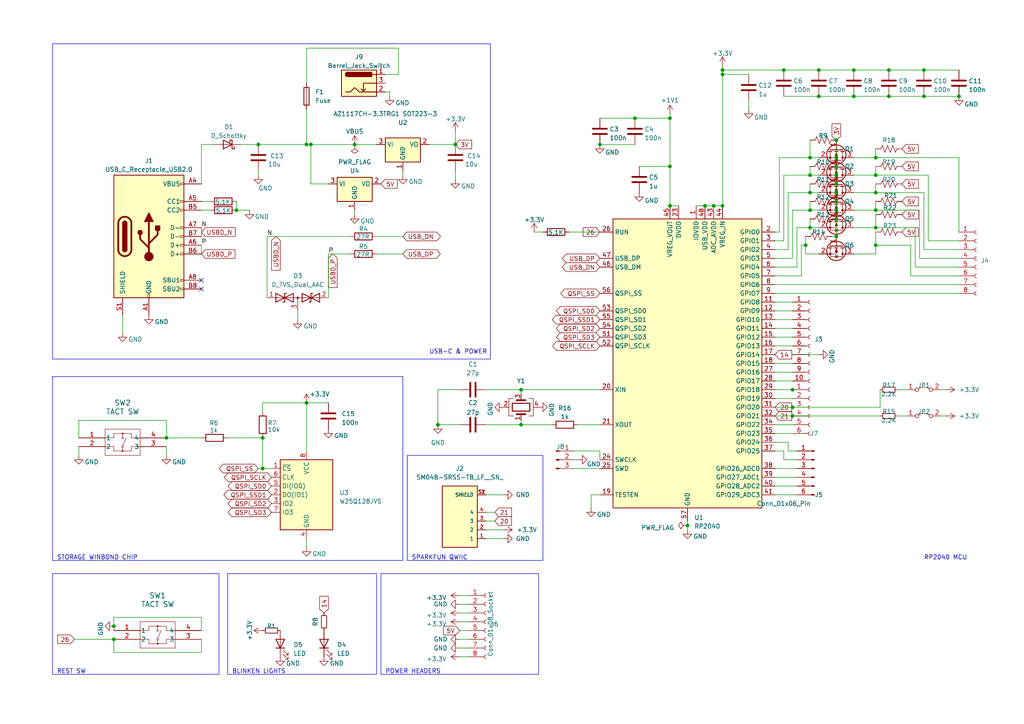
<source format=kicad_sch>
(kicad_sch (version 20230121) (generator eeschema)
  (paper "A4")
  (lib_symbols
    (symbol "BSS138_1" (pin_names hide)
      (property "Reference" "Q2" (at -5.08 5.08 90))
      (symbol "BSS138_1_1_1"
        (pin input line (at -2.54 0 0) (length 2.54) (name "G") (number "1"))
        (pin passive line (at 2.54 -5.08 90) (length 2.54) (name "S") (number "2"))
        (pin passive line (at 2.54 5.08 270) (length 2.54) (name "D") (number "3"))
      )
    )
    (symbol "Connector:Barrel_Jack_Switch" (pin_names hide)
      (property "Reference" "J" (at 0 5.334 0))
      (property "Value" "Barrel_Jack_Switch" (at 0 -5.08 0))
      (symbol "Barrel_Jack_Switch_1_1"
        (pin passive line (at 7.62 2.54 180) (length 2.54) (name "~") (number "1"))
        (pin passive line (at 7.62 -2.54 180) (length 2.54) (name "~") (number "2"))
        (pin passive line (at 7.62 0 180) (length 2.54) (name "~") (number "3"))
      )
    )
    (symbol "Connector:Conn_01x03_Pin" (pin_names (offset 1.016) hide)
      (property "Reference" "J" (at 0 5.08 0))
      (property "Value" "Conn_01x03_Pin" (at 0 -5.08 0))
      (symbol "Conn_01x03_Pin_1_1"
        (pin passive line (at 5.08 2.54 180) (length 3.81) (name "Pin_1") (number "1"))
        (pin passive line (at 5.08 0 180) (length 3.81) (name "Pin_2") (number "2"))
        (pin passive line (at 5.08 -2.54 180) (length 3.81) (name "Pin_3") (number "3"))
      )
    )
    (symbol "Connector:Conn_01x06_Pin" (pin_names (offset 1.016) hide)
      (property "Reference" "J" (at 0 7.62 0))
      (property "Value" "Conn_01x06_Pin" (at 0 -10.16 0))
      (symbol "Conn_01x06_Pin_1_1"
        (pin passive line (at 5.08 5.08 180) (length 3.81) (name "Pin_1") (number "1"))
        (pin passive line (at 5.08 2.54 180) (length 3.81) (name "Pin_2") (number "2"))
        (pin passive line (at 5.08 0 180) (length 3.81) (name "Pin_3") (number "3"))
        (pin passive line (at 5.08 -2.54 180) (length 3.81) (name "Pin_4") (number "4"))
        (pin passive line (at 5.08 -5.08 180) (length 3.81) (name "Pin_5") (number "5"))
        (pin passive line (at 5.08 -7.62 180) (length 3.81) (name "Pin_6") (number "6"))
      )
    )
    (symbol "Connector:Conn_01x06_Socket" (pin_names (offset 1.016) hide)
      (property "Reference" "J" (at 0 7.62 0))
      (property "Value" "Conn_01x06_Socket" (at 0 -10.16 0))
      (symbol "Conn_01x06_Socket_1_1"
        (pin passive line (at -5.08 5.08 0) (length 3.81) (name "Pin_1") (number "1"))
        (pin passive line (at -5.08 2.54 0) (length 3.81) (name "Pin_2") (number "2"))
        (pin passive line (at -5.08 0 0) (length 3.81) (name "Pin_3") (number "3"))
        (pin passive line (at -5.08 -2.54 0) (length 3.81) (name "Pin_4") (number "4"))
        (pin passive line (at -5.08 -5.08 0) (length 3.81) (name "Pin_5") (number "5"))
        (pin passive line (at -5.08 -7.62 0) (length 3.81) (name "Pin_6") (number "6"))
      )
    )
    (symbol "Connector:Conn_01x08_Socket" (pin_names (offset 1.016) hide)
      (property "Reference" "J" (at 0 10.16 0))
      (property "Value" "Conn_01x08_Socket" (at 0 -12.7 0))
      (symbol "Conn_01x08_Socket_1_1"
        (pin passive line (at -5.08 7.62 0) (length 3.81) (name "Pin_1") (number "1"))
        (pin passive line (at -5.08 5.08 0) (length 3.81) (name "Pin_2") (number "2"))
        (pin passive line (at -5.08 2.54 0) (length 3.81) (name "Pin_3") (number "3"))
        (pin passive line (at -5.08 0 0) (length 3.81) (name "Pin_4") (number "4"))
        (pin passive line (at -5.08 -2.54 0) (length 3.81) (name "Pin_5") (number "5"))
        (pin passive line (at -5.08 -5.08 0) (length 3.81) (name "Pin_6") (number "6"))
        (pin passive line (at -5.08 -7.62 0) (length 3.81) (name "Pin_7") (number "7"))
        (pin passive line (at -5.08 -10.16 0) (length 3.81) (name "Pin_8") (number "8"))
      )
    )
    (symbol "Connector:Conn_01x10_Socket" (pin_names (offset 1.016) hide)
      (property "Reference" "J" (at 0 12.7 0))
      (property "Value" "Conn_01x10_Socket" (at 0 -15.24 0))
      (symbol "Conn_01x10_Socket_1_1"
        (pin passive line (at -5.08 10.16 0) (length 3.81) (name "Pin_1") (number "1"))
        (pin passive line (at -5.08 -12.7 0) (length 3.81) (name "Pin_10") (number "10"))
        (pin passive line (at -5.08 7.62 0) (length 3.81) (name "Pin_2") (number "2"))
        (pin passive line (at -5.08 5.08 0) (length 3.81) (name "Pin_3") (number "3"))
        (pin passive line (at -5.08 2.54 0) (length 3.81) (name "Pin_4") (number "4"))
        (pin passive line (at -5.08 0 0) (length 3.81) (name "Pin_5") (number "5"))
        (pin passive line (at -5.08 -2.54 0) (length 3.81) (name "Pin_6") (number "6"))
        (pin passive line (at -5.08 -5.08 0) (length 3.81) (name "Pin_7") (number "7"))
        (pin passive line (at -5.08 -7.62 0) (length 3.81) (name "Pin_8") (number "8"))
        (pin passive line (at -5.08 -10.16 0) (length 3.81) (name "Pin_9") (number "9"))
      )
    )
    (symbol "Connector:USB_C_Receptacle_USB2.0" (pin_names (offset 1.016))
      (property "Reference" "J" (at -10.16 19.05 0))
      (property "Value" "USB_C_Receptacle_USB2.0" (at 19.05 19.05 0))
      (symbol "USB_C_Receptacle_USB2.0_1_1"
        (pin passive line (at 0 -22.86 90) (length 5.08) (name "GND") (number "A1"))
        (pin passive line (at 0 -22.86 90) (length 5.08) hide (name "GND") (number "A12"))
        (pin passive line (at 15.24 15.24 180) (length 5.08) (name "VBUS") (number "A4"))
        (pin bidirectional line (at 15.24 10.16 180) (length 5.08) (name "CC1") (number "A5"))
        (pin bidirectional line (at 15.24 -2.54 180) (length 5.08) (name "D+") (number "A6"))
        (pin bidirectional line (at 15.24 2.54 180) (length 5.08) (name "D-") (number "A7"))
        (pin bidirectional line (at 15.24 -12.7 180) (length 5.08) (name "SBU1") (number "A8"))
        (pin passive line (at 15.24 15.24 180) (length 5.08) hide (name "VBUS") (number "A9"))
        (pin passive line (at 0 -22.86 90) (length 5.08) hide (name "GND") (number "B1"))
        (pin passive line (at 0 -22.86 90) (length 5.08) hide (name "GND") (number "B12"))
        (pin passive line (at 15.24 15.24 180) (length 5.08) hide (name "VBUS") (number "B4"))
        (pin bidirectional line (at 15.24 7.62 180) (length 5.08) (name "CC2") (number "B5"))
        (pin bidirectional line (at 15.24 -5.08 180) (length 5.08) (name "D+") (number "B6"))
        (pin bidirectional line (at 15.24 0 180) (length 5.08) (name "D-") (number "B7"))
        (pin bidirectional line (at 15.24 -15.24 180) (length 5.08) (name "SBU2") (number "B8"))
        (pin passive line (at 15.24 15.24 180) (length 5.08) hide (name "VBUS") (number "B9"))
        (pin passive line (at -7.62 -22.86 90) (length 5.08) (name "SHIELD") (number "S1"))
      )
    )
    (symbol "Device:C" (pin_numbers hide) (pin_names (offset 0.254))
      (property "Reference" "C" (at 0.635 2.54 0))
      (property "Value" "C" (at 0.635 -2.54 0))
      (symbol "C_1_1"
        (pin passive line (at 0 3.81 270) (length 2.794) (name "~") (number "1"))
        (pin passive line (at 0 -3.81 90) (length 2.794) (name "~") (number "2"))
      )
    )
    (symbol "Device:Crystal_GND24" (pin_names (offset 1.016) hide)
      (property "Reference" "Y" (at 3.175 5.08 0))
      (property "Value" "Crystal_GND24" (at 3.175 3.175 0))
      (symbol "Crystal_GND24_1_1"
        (pin passive line (at -3.81 0 0) (length 1.27) (name "1") (number "1"))
        (pin passive line (at 0 5.08 270) (length 1.27) (name "2") (number "2"))
        (pin passive line (at 3.81 0 180) (length 1.27) (name "3") (number "3"))
        (pin passive line (at 0 -5.08 90) (length 1.27) (name "4") (number "4"))
      )
    )
    (symbol "Device:D_Schottky" (pin_numbers hide) (pin_names (offset 1.016) hide)
      (property "Reference" "D" (at 0 2.54 0))
      (property "Value" "D_Schottky" (at 0 -2.54 0))
      (symbol "D_Schottky_1_1"
        (pin passive line (at -3.81 0 0) (length 2.54) (name "K") (number "1"))
        (pin passive line (at 3.81 0 180) (length 2.54) (name "A") (number "2"))
      )
    )
    (symbol "Device:D_TVS_Dual_AAC" (pin_names (offset 1.016) hide)
      (property "Reference" "D" (at 0 4.445 0))
      (property "Value" "D_TVS_Dual_AAC" (at 0 2.54 0))
      (symbol "D_TVS_Dual_AAC_1_1"
        (pin passive line (at -8.89 0 0) (length 2.54) (name "A1") (number "1"))
        (pin passive line (at 8.89 0 180) (length 2.54) (name "A2") (number "2"))
        (pin input line (at 0 -3.81 90) (length 2.54) (name "common") (number "3"))
      )
    )
    (symbol "Device:Fuse" (pin_numbers hide) (pin_names (offset 0))
      (property "Reference" "F" (at 2.032 0 90))
      (property "Value" "Fuse" (at -1.905 0 90))
      (symbol "Fuse_1_1"
        (pin passive line (at 0 3.81 270) (length 1.27) (name "~") (number "1"))
        (pin passive line (at 0 -3.81 90) (length 1.27) (name "~") (number "2"))
      )
    )
    (symbol "Device:LED" (pin_numbers hide) (pin_names (offset 1.016) hide)
      (property "Reference" "D" (at 0 2.54 0))
      (property "Value" "LED" (at 0 -2.54 0))
      (symbol "LED_1_1"
        (pin passive line (at -3.81 0 0) (length 2.54) (name "K") (number "1"))
        (pin passive line (at 3.81 0 180) (length 2.54) (name "A") (number "2"))
      )
    )
    (symbol "Device:R" (pin_numbers hide) (pin_names (offset 0))
      (property "Reference" "R" (at 2.032 0 90))
      (property "Value" "R" (at 0 0 90))
      (symbol "R_1_1"
        (pin passive line (at 0 3.81 270) (length 1.27) (name "~") (number "1"))
        (pin passive line (at 0 -3.81 90) (length 1.27) (name "~") (number "2"))
      )
    )
    (symbol "Device:R_Small" (pin_numbers hide) (pin_names (offset 0.254) hide)
      (property "Reference" "R" (at 0.762 0.508 0))
      (property "Value" "R_Small" (at 0.762 -1.016 0))
      (symbol "R_Small_1_1"
        (pin passive line (at 0 2.54 270) (length 0.762) (name "~") (number "1"))
        (pin passive line (at 0 -2.54 90) (length 0.762) (name "~") (number "2"))
      )
    )
    (symbol "Device:R_US" (pin_numbers hide) (pin_names (offset 0))
      (property "Reference" "R" (at 2.54 0 90))
      (property "Value" "R_US" (at -2.54 0 90))
      (symbol "R_US_1_1"
        (pin passive line (at 0 3.81 270) (length 1.27) (name "~") (number "1"))
        (pin passive line (at 0 -3.81 90) (length 1.27) (name "~") (number "2"))
      )
    )
    (symbol "Jumper:Jumper_2_Bridged" (pin_names (offset 0) hide)
      (property "Reference" "JP" (at 0 1.905 0))
      (property "Value" "Jumper_2_Bridged" (at 0 -2.54 0))
      (symbol "Jumper_2_Bridged_1_1"
        (pin passive line (at -5.08 0 0) (length 2.54) (name "A") (number "1"))
        (pin passive line (at 5.08 0 180) (length 2.54) (name "B") (number "2"))
      )
    )
    (symbol "MCU_RaspberryPi:RP2040"
      (property "Reference" "U" (at 17.78 45.72 0))
      (property "Value" "RP2040" (at 17.78 43.18 0))
      (symbol "RP2040_1_1"
        (pin power_in line (at 2.54 45.72 270) (length 3.81) (name "IOVDD") (number "1"))
        (pin passive line (at 2.54 45.72 270) (length 3.81) hide (name "IOVDD") (number "10"))
        (pin bidirectional line (at 25.4 17.78 180) (length 3.81) (name "GPIO8") (number "11"))
        (pin bidirectional line (at 25.4 15.24 180) (length 3.81) (name "GPIO9") (number "12"))
        (pin bidirectional line (at 25.4 12.7 180) (length 3.81) (name "GPIO10") (number "13"))
        (pin bidirectional line (at 25.4 10.16 180) (length 3.81) (name "GPIO11") (number "14"))
        (pin bidirectional line (at 25.4 7.62 180) (length 3.81) (name "GPIO12") (number "15"))
        (pin bidirectional line (at 25.4 5.08 180) (length 3.81) (name "GPIO13") (number "16"))
        (pin bidirectional line (at 25.4 2.54 180) (length 3.81) (name "GPIO14") (number "17"))
        (pin bidirectional line (at 25.4 0 180) (length 3.81) (name "GPIO15") (number "18"))
        (pin input line (at -25.4 -38.1 0) (length 3.81) (name "TESTEN") (number "19"))
        (pin bidirectional line (at 25.4 38.1 180) (length 3.81) (name "GPIO0") (number "2"))
        (pin input line (at -25.4 -7.62 0) (length 3.81) (name "XIN") (number "20"))
        (pin passive line (at -25.4 -17.78 0) (length 3.81) (name "XOUT") (number "21"))
        (pin passive line (at 2.54 45.72 270) (length 3.81) hide (name "IOVDD") (number "22"))
        (pin power_in line (at -2.54 45.72 270) (length 3.81) (name "DVDD") (number "23"))
        (pin output line (at -25.4 -27.94 0) (length 3.81) (name "SWCLK") (number "24"))
        (pin bidirectional line (at -25.4 -30.48 0) (length 3.81) (name "SWD") (number "25"))
        (pin input line (at -25.4 38.1 0) (length 3.81) (name "RUN") (number "26"))
        (pin bidirectional line (at 25.4 -2.54 180) (length 3.81) (name "GPIO16") (number "27"))
        (pin bidirectional line (at 25.4 -5.08 180) (length 3.81) (name "GPIO17") (number "28"))
        (pin bidirectional line (at 25.4 -7.62 180) (length 3.81) (name "GPIO18") (number "29"))
        (pin bidirectional line (at 25.4 35.56 180) (length 3.81) (name "GPIO1") (number "3"))
        (pin bidirectional line (at 25.4 -10.16 180) (length 3.81) (name "GPIO19") (number "30"))
        (pin bidirectional line (at 25.4 -12.7 180) (length 3.81) (name "GPIO20") (number "31"))
        (pin bidirectional line (at 25.4 -15.24 180) (length 3.81) (name "GPIO21") (number "32"))
        (pin passive line (at 2.54 45.72 270) (length 3.81) hide (name "IOVDD") (number "33"))
        (pin bidirectional line (at 25.4 -17.78 180) (length 3.81) (name "GPIO22") (number "34"))
        (pin bidirectional line (at 25.4 -20.32 180) (length 3.81) (name "GPIO23") (number "35"))
        (pin bidirectional line (at 25.4 -22.86 180) (length 3.81) (name "GPIO24") (number "36"))
        (pin bidirectional line (at 25.4 -25.4 180) (length 3.81) (name "GPIO25") (number "37"))
        (pin bidirectional line (at 25.4 -30.48 180) (length 3.81) (name "GPIO26_ADC0") (number "38"))
        (pin bidirectional line (at 25.4 -33.02 180) (length 3.81) (name "GPIO27_ADC1") (number "39"))
        (pin bidirectional line (at 25.4 33.02 180) (length 3.81) (name "GPIO2") (number "4"))
        (pin bidirectional line (at 25.4 -35.56 180) (length 3.81) (name "GPIO28_ADC2") (number "40"))
        (pin bidirectional line (at 25.4 -38.1 180) (length 3.81) (name "GPIO29_ADC3") (number "41"))
        (pin passive line (at 2.54 45.72 270) (length 3.81) hide (name "IOVDD") (number "42"))
        (pin power_in line (at 7.62 45.72 270) (length 3.81) (name "ADC_AVDD") (number "43"))
        (pin power_in line (at 10.16 45.72 270) (length 3.81) (name "VREG_IN") (number "44"))
        (pin power_out line (at -5.08 45.72 270) (length 3.81) (name "VREG_VOUT") (number "45"))
        (pin bidirectional line (at -25.4 27.94 0) (length 3.81) (name "USB_DM") (number "46"))
        (pin bidirectional line (at -25.4 30.48 0) (length 3.81) (name "USB_DP") (number "47"))
        (pin power_in line (at 5.08 45.72 270) (length 3.81) (name "USB_VDD") (number "48"))
        (pin passive line (at 2.54 45.72 270) (length 3.81) hide (name "IOVDD") (number "49"))
        (pin bidirectional line (at 25.4 30.48 180) (length 3.81) (name "GPIO3") (number "5"))
        (pin passive line (at -2.54 45.72 270) (length 3.81) hide (name "DVDD") (number "50"))
        (pin bidirectional line (at -25.4 7.62 0) (length 3.81) (name "QSPI_SD3") (number "51"))
        (pin output line (at -25.4 5.08 0) (length 3.81) (name "QSPI_SCLK") (number "52"))
        (pin bidirectional line (at -25.4 15.24 0) (length 3.81) (name "QSPI_SD0") (number "53"))
        (pin bidirectional line (at -25.4 10.16 0) (length 3.81) (name "QSPI_SD2") (number "54"))
        (pin bidirectional line (at -25.4 12.7 0) (length 3.81) (name "QSPI_SD1") (number "55"))
        (pin bidirectional line (at -25.4 20.32 0) (length 3.81) (name "QSPI_SS") (number "56"))
        (pin power_in line (at 0 -45.72 90) (length 3.81) (name "GND") (number "57"))
        (pin bidirectional line (at 25.4 27.94 180) (length 3.81) (name "GPIO4") (number "6"))
        (pin bidirectional line (at 25.4 25.4 180) (length 3.81) (name "GPIO5") (number "7"))
        (pin bidirectional line (at 25.4 22.86 180) (length 3.81) (name "GPIO6") (number "8"))
        (pin bidirectional line (at 25.4 20.32 180) (length 3.81) (name "GPIO7") (number "9"))
      )
    )
    (symbol "Memory_Flash:W25Q128JVS"
      (property "Reference" "U" (at -8.89 8.89 0))
      (property "Value" "W25Q128JVS" (at 7.62 8.89 0))
      (symbol "W25Q128JVS_1_1"
        (pin input line (at -10.16 7.62 0) (length 2.54) (name "~{CS}") (number "1"))
        (pin bidirectional line (at -10.16 0 0) (length 2.54) (name "DO(IO1)") (number "2"))
        (pin bidirectional line (at -10.16 -2.54 0) (length 2.54) (name "IO2") (number "3"))
        (pin power_in line (at 0 -12.7 90) (length 2.54) (name "GND") (number "4"))
        (pin bidirectional line (at -10.16 2.54 0) (length 2.54) (name "DI(IO0)") (number "5"))
        (pin input line (at -10.16 5.08 0) (length 2.54) (name "CLK") (number "6"))
        (pin bidirectional line (at -10.16 -5.08 0) (length 2.54) (name "IO3") (number "7"))
        (pin power_in line (at 0 12.7 270) (length 2.54) (name "VCC") (number "8"))
      )
    )
    (symbol "Regulator_Linear:AMS1117-5.0"
      (property "Reference" "U" (at -3.81 3.175 0))
      (property "Value" "AMS1117-5.0" (at 0 3.175 0))
      (symbol "AMS1117-5.0_1_1"
        (pin power_in line (at 0 -7.62 90) (length 2.54) (name "GND") (number "1"))
        (pin power_out line (at 7.62 0 180) (length 2.54) (name "VO") (number "2"))
        (pin power_in line (at -7.62 0 0) (length 2.54) (name "VI") (number "3"))
      )
    )
    (symbol "Regulator_Linear:NCP1117-3.3_SOT223"
      (property "Reference" "U" (at -3.81 3.175 0))
      (property "Value" "NCP1117-3.3_SOT223" (at 0 3.175 0))
      (symbol "NCP1117-3.3_SOT223_1_1"
        (pin power_in line (at 0 -7.62 90) (length 2.54) (name "GND") (number "1"))
        (pin power_out line (at 7.62 0 180) (length 2.54) (name "VO") (number "2"))
        (pin power_in line (at -7.62 0 0) (length 2.54) (name "VI") (number "3"))
      )
    )
    (symbol "evqp7c01p:EVQP7C01P" (pin_names (offset 0.254))
      (property "Reference" "SW1" (at 12.7 10.16 0))
      (property "Value" "EVQP7C01P" (at 12.7 7.62 0))
      (symbol "EVQP7C01P_0_1"
        (pin passive line (at 0 0 0) (length 7.62) (name "1") (number "1"))
        (pin passive line (at 0 -2.54 0) (length 7.62) (name "2") (number "2"))
        (pin passive line (at 25.4 -2.54 180) (length 7.62) (name "3") (number "3"))
        (pin passive line (at 25.4 0 180) (length 7.62) (name "4") (number "4"))
      )
    )
    (symbol "power:+1V1" (power) (pin_names (offset 0))
      (property "Value" "+1V1" (at 0 3.556 0))
      (symbol "+1V1_1_1"
        (pin power_in line (at 0 0 90) (length 0) hide (name "+1V1") (number "1"))
      )
    )
    (symbol "power:+3.3V" (power) (pin_names (offset 0))
      (property "Value" "+3.3V" (at 0 3.556 0))
      (symbol "+3.3V_1_1"
        (pin power_in line (at 0 0 90) (length 0) hide (name "+3.3V") (number "1"))
      )
    )
    (symbol "power:GND" (power) (pin_names (offset 0))
      (property "Value" "GND" (at 0 -3.81 0))
      (symbol "GND_1_1"
        (pin power_in line (at 0 0 270) (length 0) hide (name "GND") (number "1"))
      )
    )
    (symbol "power:PWR_FLAG" (power) (pin_numbers hide) (pin_names (offset 0) hide)
      (property "Value" "PWR_FLAG" (at 0 3.81 0))
      (symbol "PWR_FLAG_0_0"
        (pin power_out line (at 0 0 90) (length 0) (name "pwr") (number "1"))
      )
    )
    (symbol "power:VBUS" (power) (pin_names (offset 0))
      (property "Value" "VBUS" (at 0 3.81 0))
      (symbol "VBUS_1_1"
        (pin power_in line (at 0 0 90) (length 0) hide (name "VBUS") (number "1"))
      )
    )
    (symbol "sparkfun-qwiic:SM04B-SRSS-TB_LF__SN_" (pin_names (offset 1.016))
      (property "Reference" "J" (at -5.0831 8.1433 0))
      (property "Value" "SM04B-SRSS-TB_LF__SN_" (at -5.0835 -11.9557 0))
      (symbol "SM04B-SRSS-TB_LF__SN__0_0"
        (pin passive line (at -7.62 5.08 0) (length 2.54) (name "1") (number "1"))
        (pin passive line (at -7.62 2.54 0) (length 2.54) (name "2") (number "2"))
        (pin passive line (at -7.62 0 0) (length 2.54) (name "3") (number "3"))
        (pin passive line (at -7.62 -2.54 0) (length 2.54) (name "4") (number "4"))
        (pin passive line (at -7.62 -7.62 0) (length 2.54) (name "SHIELD") (number "S1"))
        (pin passive line (at -7.62 -7.62 0) (length 2.54) (name "SHIELD") (number "S2"))
      )
    )
  )
  (junction (at 234.95 50.8))
  (junction (at 254 66.04))
  (junction (at 237.49 20.32))
  (junction (at 242.57 45.72))
  (junction (at 194.31 34.29))
  (junction (at 74.93 41.91))
  (junction (at 242.57 58.42))
  (junction (at 76.2 127))
  (junction (at 257.81 27.94))
  (junction (at 242.57 48.26))
  (junction (at 48.26 127))
  (junction (at 88.9 116.84))
  (junction (at 127 123.19))
  (junction (at 254 55.88))
  (junction (at 237.49 27.94))
  (junction (at 209.55 59.69))
  (junction (at 204.47 59.69))
  (junction (at 234.95 60.96))
  (junction (at 229.87 118.11))
  (junction (at 242.57 60.96))
  (junction (at 76.2 135.89))
  (junction (at 254 45.72))
  (junction (at 209.55 20.32))
  (junction (at 194.31 48.26))
  (junction (at 242.57 63.5))
  (junction (at 209.55 21.59))
  (junction (at 242.57 53.34))
  (junction (at 102.87 41.91))
  (junction (at 207.01 59.69))
  (junction (at 257.81 20.32))
  (junction (at 33.02 181.61))
  (junction (at 194.31 59.69))
  (junction (at 242.57 55.88))
  (junction (at 88.9 41.91))
  (junction (at 90.17 41.91))
  (junction (at 278.13 27.94))
  (junction (at 233.68 71.12))
  (junction (at 247.65 20.32))
  (junction (at 68.58 60.96))
  (junction (at 184.15 34.29))
  (junction (at 242.57 40.64))
  (junction (at 132.08 41.91))
  (junction (at 234.95 55.88))
  (junction (at 173.99 41.91))
  (junction (at 242.57 68.58))
  (junction (at 229.87 113.03))
  (junction (at 254 71.12))
  (junction (at 242.57 50.8))
  (junction (at 151.13 123.19))
  (junction (at 247.65 27.94))
  (junction (at 234.95 45.72))
  (junction (at 199.39 152.4))
  (junction (at 267.97 27.94))
  (junction (at 254 60.96))
  (junction (at 33.02 185.42))
  (junction (at 267.97 20.32))
  (junction (at 229.87 120.65))
  (junction (at 151.13 113.03))
  (junction (at 234.95 66.04))
  (junction (at 227.33 20.32))
  (junction (at 254 50.8))
  (no_connect (at 58.42 81.28))
  (no_connect (at 58.42 83.82))
  (wire (pts (xy 69.85 41.91) (xy 74.93 41.91)))
  (wire (pts (xy 254 71.12) (xy 264.16 71.12)))
  (wire (pts (xy 167.64 123.19) (xy 173.99 123.19)))
  (wire (pts (xy 173.99 41.91) (xy 184.15 41.91)))
  (wire (pts (xy 76.2 135.89) (xy 78.74 135.89)))
  (wire (pts (xy 133.35 177.8) (xy 135.89 177.8)))
  (wire (pts (xy 74.93 135.89) (xy 76.2 135.89)))
  (wire (pts (xy 66.04 127) (xy 76.2 127)))
  (wire (pts (xy 194.31 48.26) (xy 194.31 59.69)))
  (wire (pts (xy 228.6 130.81) (xy 231.14 130.81)))
  (wire (pts (xy 224.79 110.49) (xy 229.87 110.49)))
  (wire (pts (xy 254 73.66) (xy 254 71.12)))
  (wire (pts (xy 224.79 87.63) (xy 229.87 87.63)))
  (wire (pts (xy 224.79 140.97) (xy 231.14 140.97)))
  (wire (pts (xy 33.02 182.88) (xy 33.02 181.61)))
  (wire (pts (xy 233.68 73.66) (xy 237.49 73.66)))
  (wire (pts (xy 233.68 68.58) (xy 233.68 71.12)))
  (wire (pts (xy 224.79 95.25) (xy 229.87 95.25)))
  (wire (pts (xy 264.16 71.12) (xy 264.16 80.01)))
  (wire (pts (xy 102.87 41.91) (xy 109.22 41.91)))
  (wire (pts (xy 22.86 121.92) (xy 48.26 121.92)))
  (wire (pts (xy 194.31 33.02) (xy 194.31 34.29)))
  (wire (pts (xy 224.79 97.79) (xy 229.87 97.79)))
  (wire (pts (xy 151.13 123.19) (xy 160.02 123.19)))
  (wire (pts (xy 224.79 120.65) (xy 229.87 120.65)))
  (wire (pts (xy 229.87 102.87) (xy 237.49 102.87)))
  (wire (pts (xy 224.79 135.89) (xy 231.14 135.89)))
  (wire (pts (xy 247.65 45.72) (xy 254 45.72)))
  (wire (pts (xy 260.35 120.65) (xy 262.89 120.65)))
  (wire (pts (xy 232.41 71.12) (xy 233.68 71.12)))
  (wire (pts (xy 231.14 77.47) (xy 231.14 66.04)))
  (wire (pts (xy 247.65 27.94) (xy 257.81 27.94)))
  (wire (pts (xy 194.31 34.29) (xy 194.31 48.26)))
  (wire (pts (xy 273.05 113.03) (xy 274.32 113.03)))
  (wire (pts (xy 232.41 80.01) (xy 232.41 71.12)))
  (wire (pts (xy 265.43 66.04) (xy 265.43 77.47)))
  (wire (pts (xy 224.79 138.43) (xy 231.14 138.43)))
  (wire (pts (xy 226.06 67.31) (xy 224.79 67.31)))
  (wire (pts (xy 201.93 59.69) (xy 204.47 59.69)))
  (wire (pts (xy 254 43.18) (xy 254 45.72)))
  (wire (pts (xy 237.49 45.72) (xy 234.95 45.72)))
  (wire (pts (xy 254 60.96) (xy 266.7 60.96)))
  (wire (pts (xy 68.58 60.96) (xy 72.39 60.96)))
  (wire (pts (xy 229.87 120.65) (xy 255.27 120.65)))
  (wire (pts (xy 166.37 135.89) (xy 173.99 135.89)))
  (wire (pts (xy 254 58.42) (xy 254 60.96)))
  (wire (pts (xy 173.99 143.51) (xy 171.45 143.51)))
  (wire (pts (xy 242.57 58.42) (xy 242.57 60.96)))
  (wire (pts (xy 58.42 189.23) (xy 58.42 185.42)))
  (wire (pts (xy 269.24 50.8) (xy 269.24 69.85)))
  (wire (pts (xy 102.87 60.96) (xy 102.87 62.23)))
  (wire (pts (xy 33.02 181.61) (xy 33.02 179.07)))
  (wire (pts (xy 224.79 80.01) (xy 232.41 80.01)))
  (wire (pts (xy 95.25 53.34) (xy 90.17 53.34)))
  (wire (pts (xy 255.27 118.11) (xy 255.27 113.03)))
  (wire (pts (xy 247.65 50.8) (xy 254 50.8)))
  (wire (pts (xy 264.16 80.01) (xy 278.13 80.01)))
  (wire (pts (xy 224.79 77.47) (xy 231.14 77.47)))
  (wire (pts (xy 109.22 68.58) (xy 116.84 68.58)))
  (wire (pts (xy 254 55.88) (xy 267.97 55.88)))
  (wire (pts (xy 35.56 91.44) (xy 35.56 96.52)))
  (wire (pts (xy 132.08 49.53) (xy 132.08 52.07)))
  (wire (pts (xy 166.37 130.81) (xy 173.99 130.81)))
  (wire (pts (xy 242.57 48.26) (xy 242.57 50.8)))
  (wire (pts (xy 151.13 113.03) (xy 151.13 114.3)))
  (wire (pts (xy 267.97 72.39) (xy 278.13 72.39)))
  (wire (pts (xy 58.42 41.91) (xy 62.23 41.91)))
  (wire (pts (xy 33.02 179.07) (xy 58.42 179.07)))
  (wire (pts (xy 229.87 60.96) (xy 234.95 60.96)))
  (wire (pts (xy 224.79 107.95) (xy 229.87 107.95)))
  (wire (pts (xy 77.47 68.58) (xy 101.6 68.58)))
  (wire (pts (xy 227.33 27.94) (xy 237.49 27.94)))
  (wire (pts (xy 115.57 21.59) (xy 115.57 13.97)))
  (wire (pts (xy 21.59 185.42) (xy 33.02 185.42)))
  (wire (pts (xy 227.33 69.85) (xy 227.33 50.8)))
  (wire (pts (xy 127 123.19) (xy 133.35 123.19)))
  (wire (pts (xy 140.97 151.13) (xy 143.51 151.13)))
  (wire (pts (xy 247.65 55.88) (xy 254 55.88)))
  (wire (pts (xy 242.57 45.72) (xy 242.57 48.26)))
  (wire (pts (xy 229.87 113.03) (xy 231.14 113.03)))
  (wire (pts (xy 90.17 41.91) (xy 102.87 41.91)))
  (wire (pts (xy 88.9 31.75) (xy 88.9 41.91)))
  (wire (pts (xy 133.35 190.5) (xy 135.89 190.5)))
  (wire (pts (xy 231.14 66.04) (xy 234.95 66.04)))
  (wire (pts (xy 146.05 153.67) (xy 140.97 153.67)))
  (wire (pts (xy 48.26 127) (xy 58.42 127)))
  (wire (pts (xy 173.99 34.29) (xy 184.15 34.29)))
  (wire (pts (xy 124.46 41.91) (xy 132.08 41.91)))
  (wire (pts (xy 267.97 20.32) (xy 278.13 20.32)))
  (wire (pts (xy 22.86 127) (xy 22.86 121.92)))
  (wire (pts (xy 224.79 130.81) (xy 227.33 130.81)))
  (wire (pts (xy 254 45.72) (xy 278.13 45.72)))
  (wire (pts (xy 224.79 125.73) (xy 229.87 125.73)))
  (wire (pts (xy 260.35 113.03) (xy 262.89 113.03)))
  (wire (pts (xy 265.43 77.47) (xy 278.13 77.47)))
  (wire (pts (xy 233.68 73.66) (xy 233.68 71.12)))
  (wire (pts (xy 209.55 21.59) (xy 217.17 21.59)))
  (wire (pts (xy 226.06 45.72) (xy 226.06 67.31)))
  (wire (pts (xy 86.36 90.17) (xy 86.36 92.71)))
  (wire (pts (xy 224.79 82.55) (xy 278.13 82.55)))
  (wire (pts (xy 242.57 53.34) (xy 242.57 55.88)))
  (wire (pts (xy 224.79 92.71) (xy 229.87 92.71)))
  (wire (pts (xy 242.57 40.64) (xy 242.57 45.72)))
  (wire (pts (xy 234.95 48.26) (xy 234.95 50.8)))
  (wire (pts (xy 254 67.31) (xy 254 71.12)))
  (wire (pts (xy 229.87 118.11) (xy 255.27 118.11)))
  (wire (pts (xy 22.86 129.54) (xy 22.86 132.08)))
  (wire (pts (xy 209.55 20.32) (xy 209.55 21.59)))
  (wire (pts (xy 184.15 34.29) (xy 194.31 34.29)))
  (wire (pts (xy 140.97 123.19) (xy 151.13 123.19)))
  (wire (pts (xy 228.6 72.39) (xy 228.6 55.88)))
  (wire (pts (xy 209.55 19.05) (xy 209.55 20.32)))
  (wire (pts (xy 266.7 60.96) (xy 266.7 74.93)))
  (wire (pts (xy 58.42 53.34) (xy 58.42 41.91)))
  (wire (pts (xy 234.95 66.04) (xy 237.49 66.04)))
  (wire (pts (xy 133.35 182.88) (xy 135.89 182.88)))
  (wire (pts (xy 95.25 73.66) (xy 95.25 86.36)))
  (wire (pts (xy 165.1 67.31) (xy 173.99 67.31)))
  (wire (pts (xy 133.35 185.42) (xy 135.89 185.42)))
  (wire (pts (xy 224.79 143.51) (xy 231.14 143.51)))
  (wire (pts (xy 207.01 59.69) (xy 209.55 59.69)))
  (wire (pts (xy 88.9 116.84) (xy 88.9 130.81)))
  (wire (pts (xy 254 66.04) (xy 265.43 66.04)))
  (wire (pts (xy 58.42 71.12) (xy 58.42 73.66)))
  (wire (pts (xy 224.79 85.09) (xy 278.13 85.09)))
  (wire (pts (xy 33.02 189.23) (xy 58.42 189.23)))
  (wire (pts (xy 127 113.03) (xy 133.35 113.03)))
  (wire (pts (xy 234.95 60.96) (xy 237.49 60.96)))
  (wire (pts (xy 90.17 53.34) (xy 90.17 41.91)))
  (wire (pts (xy 199.39 153.67) (xy 199.39 152.4)))
  (wire (pts (xy 58.42 58.42) (xy 60.96 58.42)))
  (wire (pts (xy 58.42 60.96) (xy 60.96 60.96)))
  (wire (pts (xy 199.39 152.4) (xy 199.39 151.13)))
  (wire (pts (xy 247.65 66.04) (xy 254 66.04)))
  (wire (pts (xy 209.55 20.32) (xy 227.33 20.32)))
  (wire (pts (xy 77.47 68.58) (xy 77.47 86.36)))
  (wire (pts (xy 247.65 73.66) (xy 254 73.66)))
  (wire (pts (xy 257.81 20.32) (xy 267.97 20.32)))
  (wire (pts (xy 224.79 90.17) (xy 229.87 90.17)))
  (wire (pts (xy 242.57 60.96) (xy 242.57 63.5)))
  (wire (pts (xy 242.57 50.8) (xy 242.57 53.34)))
  (wire (pts (xy 133.35 187.96) (xy 135.89 187.96)))
  (wire (pts (xy 111.76 26.67) (xy 113.03 26.67)))
  (wire (pts (xy 113.03 26.67) (xy 113.03 27.94)))
  (wire (pts (xy 151.13 121.92) (xy 151.13 123.19)))
  (wire (pts (xy 209.55 21.59) (xy 209.55 59.69)))
  (wire (pts (xy 116.84 49.53) (xy 116.84 50.8)))
  (wire (pts (xy 58.42 66.04) (xy 58.42 68.58)))
  (wire (pts (xy 146.05 143.51) (xy 140.97 143.51)))
  (wire (pts (xy 241.3 68.58) (xy 242.57 68.58)))
  (wire (pts (xy 273.05 120.65) (xy 274.32 120.65)))
  (wire (pts (xy 76.2 116.84) (xy 88.9 116.84)))
  (wire (pts (xy 68.58 58.42) (xy 68.58 60.96)))
  (wire (pts (xy 217.17 29.21) (xy 217.17 31.75)))
  (wire (pts (xy 146.05 156.21) (xy 140.97 156.21)))
  (wire (pts (xy 227.33 20.32) (xy 237.49 20.32)))
  (wire (pts (xy 247.65 60.96) (xy 254 60.96)))
  (wire (pts (xy 111.76 21.59) (xy 115.57 21.59)))
  (wire (pts (xy 224.79 115.57) (xy 229.87 115.57)))
  (wire (pts (xy 171.45 143.51) (xy 171.45 147.32)))
  (wire (pts (xy 237.49 20.32) (xy 247.65 20.32)))
  (wire (pts (xy 224.79 72.39) (xy 228.6 72.39)))
  (wire (pts (xy 133.35 172.72) (xy 135.89 172.72)))
  (wire (pts (xy 132.08 38.1) (xy 132.08 41.91)))
  (wire (pts (xy 33.02 185.42) (xy 33.02 189.23)))
  (wire (pts (xy 278.13 45.72) (xy 278.13 67.31)))
  (wire (pts (xy 109.22 73.66) (xy 116.84 73.66)))
  (wire (pts (xy 151.13 113.03) (xy 173.99 113.03)))
  (wire (pts (xy 224.79 74.93) (xy 229.87 74.93)))
  (wire (pts (xy 254 53.34) (xy 254 55.88)))
  (wire (pts (xy 224.79 100.33) (xy 229.87 100.33)))
  (wire (pts (xy 140.97 113.03) (xy 151.13 113.03)))
  (wire (pts (xy 133.35 180.34) (xy 135.89 180.34)))
  (wire (pts (xy 224.79 113.03) (xy 229.87 113.03)))
  (wire (pts (xy 229.87 74.93) (xy 229.87 60.96)))
  (wire (pts (xy 254 50.8) (xy 269.24 50.8)))
  (wire (pts (xy 234.95 40.64) (xy 234.95 45.72)))
  (wire (pts (xy 224.79 128.27) (xy 228.6 128.27)))
  (wire (pts (xy 234.95 55.88) (xy 237.49 55.88)))
  (wire (pts (xy 242.57 55.88) (xy 242.57 58.42)))
  (wire (pts (xy 227.33 50.8) (xy 234.95 50.8)))
  (wire (pts (xy 234.95 63.5) (xy 234.95 66.04)))
  (wire (pts (xy 185.42 48.26) (xy 194.31 48.26)))
  (wire (pts (xy 224.79 123.19) (xy 229.87 123.19)))
  (wire (pts (xy 88.9 41.91) (xy 90.17 41.91)))
  (wire (pts (xy 48.26 121.92) (xy 48.26 127)))
  (wire (pts (xy 257.81 27.94) (xy 267.97 27.94)))
  (wire (pts (xy 254 48.26) (xy 254 50.8)))
  (wire (pts (xy 242.57 63.5) (xy 242.57 68.58)))
  (wire (pts (xy 74.93 41.91) (xy 88.9 41.91)))
  (wire (pts (xy 224.79 69.85) (xy 227.33 69.85)))
  (wire (pts (xy 88.9 13.97) (xy 88.9 24.13)))
  (wire (pts (xy 166.37 133.35) (xy 167.64 133.35)))
  (wire (pts (xy 74.93 49.53) (xy 74.93 50.8)))
  (wire (pts (xy 228.6 128.27) (xy 228.6 130.81)))
  (wire (pts (xy 154.94 67.31) (xy 157.48 67.31)))
  (wire (pts (xy 48.26 129.54) (xy 48.26 132.08)))
  (wire (pts (xy 234.95 58.42) (xy 234.95 60.96)))
  (wire (pts (xy 267.97 27.94) (xy 278.13 27.94)))
  (wire (pts (xy 227.33 130.81) (xy 227.33 133.35)))
  (wire (pts (xy 237.49 27.94) (xy 247.65 27.94)))
  (wire (pts (xy 194.31 59.69) (xy 196.85 59.69)))
  (wire (pts (xy 173.99 130.81) (xy 173.99 133.35)))
  (wire (pts (xy 269.24 69.85) (xy 278.13 69.85)))
  (wire (pts (xy 88.9 156.21) (xy 88.9 158.75)))
  (wire (pts (xy 224.79 118.11) (xy 229.87 118.11)))
  (wire (pts (xy 115.57 13.97) (xy 88.9 13.97)))
  (wire (pts (xy 76.2 116.84) (xy 76.2 119.38)))
  (wire (pts (xy 95.25 73.66) (xy 101.6 73.66)))
  (wire (pts (xy 234.95 53.34) (xy 234.95 55.88)))
  (wire (pts (xy 267.97 55.88) (xy 267.97 72.39)))
  (wire (pts (xy 224.79 105.41) (xy 229.87 105.41)))
  (wire (pts (xy 58.42 179.07) (xy 58.42 182.88)))
  (wire (pts (xy 88.9 116.84) (xy 95.25 116.84)))
  (wire (pts (xy 266.7 74.93) (xy 278.13 74.93)))
  (wire (pts (xy 127 123.19) (xy 127 113.03)))
  (wire (pts (xy 76.2 127) (xy 76.2 135.89)))
  (wire (pts (xy 254 62.23) (xy 254 66.04)))
  (wire (pts (xy 133.35 175.26) (xy 135.89 175.26)))
  (wire (pts (xy 228.6 55.88) (xy 234.95 55.88)))
  (wire (pts (xy 140.97 148.59) (xy 143.51 148.59)))
  (wire (pts (xy 204.47 59.69) (xy 207.01 59.69)))
  (wire (pts (xy 227.33 133.35) (xy 231.14 133.35)))
  (wire (pts (xy 234.95 45.72) (xy 226.06 45.72)))
  (wire (pts (xy 234.95 50.8) (xy 237.49 50.8)))
  (wire (pts (xy 247.65 20.32) (xy 257.81 20.32)))
  (rectangle (start 110.49 166.37) (end 156.21 195.58))
  (rectangle (start 15.24 109.22) (end 116.84 162.56))
  (rectangle (start 15.24 166.37) (end 63.5 195.58))
  (rectangle (start 118.11 132.08) (end 157.48 162.56))
  (rectangle (start 66.04 166.37) (end 109.22 195.58))
  (rectangle (start 15.24 12.7) (end 142.24 104.14))
  (text "RP2040 MCU" (at 267.97 162.56 0) (effects (font (size 1.27 1.27)) (justify left bottom)))
  (text "SPARKFUN QWIIC" (at 119.38 162.56 0) (effects (font (size 1.27 1.27)) (justify left bottom)))
  (text "REST SW" (at 16.51 195.58 0) (effects (font (size 1.27 1.27)) (justify left bottom)))
  (text "STORAGE WINBOND CHIP" (at 16.51 162.56 0) (effects (font (size 1.27 1.27)) (justify left bottom)))
  (text "BLINKEN LIGHTS" (at 67.31 195.58 0) (effects (font (size 1.27 1.27)) (justify left bottom)))
  (text "POWER HEADERS" (at 111.76 195.58 0) (effects (font (size 1.27 1.27)) (justify left bottom)))
  (text "USB-C & POWER" (at 124.46 102.87 0) (effects (font (size 1.27 1.27)) (justify left bottom)))
  (label "P" (at 58.42 71.12 0))
  (label "N" (at 58.42 66.04 0))
  (label "P" (at 95.25 73.66 0))
  (label "N" (at 77.47 68.58 0))
  (global_label "USBD_P" (shape input) (at 96.52 73.66 270) (property "Intersheetrefs" "${INTERSHEET_REFS}" (effects hide)))
  (global_label "26" (shape input) (at 21.59 185.42 180) (property "Intersheetrefs" "${INTERSHEET_REFS}" (effects hide)))
  (global_label "QSPI_SD3" (shape bidirectional) (at 173.99 97.79 180) (property "Intersheetrefs" "${INTERSHEET_REFS}" (effects hide)))
  (global_label "USB_DP" (shape bidirectional) (at 116.84 73.66 0) (property "Intersheetrefs" "${INTERSHEET_REFS}" (effects hide)))
  (global_label "5V" (shape input) (at 133.35 182.88 180) (property "Intersheetrefs" "${INTERSHEET_REFS}" (effects hide)))
  (global_label "5V" (shape input) (at 261.62 58.42 0) (property "Intersheetrefs" "${INTERSHEET_REFS}" (effects hide)))
  (global_label "14" (shape input) (at 93.98 177.8 90) (property "Intersheetrefs" "${INTERSHEET_REFS}" (effects hide)))
  (global_label "5V" (shape input) (at 261.62 53.34 0) (property "Intersheetrefs" "${INTERSHEET_REFS}" (effects hide)))
  (global_label "14" (shape input) (at 224.79 102.87 0) (property "Intersheetrefs" "${INTERSHEET_REFS}" (effects hide)))
  (global_label "USB_DN" (shape bidirectional) (at 116.84 68.58 0) (property "Intersheetrefs" "${INTERSHEET_REFS}" (effects hide)))
  (global_label "3V" (shape input) (at 242.57 40.64 90) (property "Intersheetrefs" "${INTERSHEET_REFS}" (effects hide)))
  (global_label "21" (shape input) (at 224.79 120.65 0) (property "Intersheetrefs" "${INTERSHEET_REFS}" (effects hide)))
  (global_label "QSPI_SD3" (shape bidirectional) (at 78.74 148.59 180) (property "Intersheetrefs" "${INTERSHEET_REFS}" (effects hide)))
  (global_label "26" (shape input) (at 173.99 67.31 180) (property "Intersheetrefs" "${INTERSHEET_REFS}" (effects hide)))
  (global_label "5V" (shape input) (at 261.62 67.31 0) (property "Intersheetrefs" "${INTERSHEET_REFS}" (effects hide)))
  (global_label "USBD_N" (shape input) (at 80.01 68.58 270) (property "Intersheetrefs" "${INTERSHEET_REFS}" (effects hide)))
  (global_label "5V" (shape input) (at 261.62 62.23 0) (property "Intersheetrefs" "${INTERSHEET_REFS}" (effects hide)))
  (global_label "20" (shape input) (at 143.51 151.13 0) (property "Intersheetrefs" "${INTERSHEET_REFS}" (effects hide)))
  (global_label "5V" (shape input) (at 110.49 53.34 0) (property "Intersheetrefs" "${INTERSHEET_REFS}" (effects hide)))
  (global_label "20" (shape input) (at 224.79 118.11 0) (property "Intersheetrefs" "${INTERSHEET_REFS}" (effects hide)))
  (global_label "USBD_P" (shape input) (at 58.42 73.66 0) (property "Intersheetrefs" "${INTERSHEET_REFS}" (effects hide)))
  (global_label "QSPI_SS" (shape bidirectional) (at 74.93 135.89 180) (property "Intersheetrefs" "${INTERSHEET_REFS}" (effects hide)))
  (global_label "5V" (shape input) (at 261.62 43.18 0) (property "Intersheetrefs" "${INTERSHEET_REFS}" (effects hide)))
  (global_label "QSPI_SD0" (shape bidirectional) (at 173.99 90.17 180) (property "Intersheetrefs" "${INTERSHEET_REFS}" (effects hide)))
  (global_label "USBD_N" (shape input) (at 58.42 67.31 0) (property "Intersheetrefs" "${INTERSHEET_REFS}" (effects hide)))
  (global_label "5V" (shape input) (at 261.62 48.26 0) (property "Intersheetrefs" "${INTERSHEET_REFS}" (effects hide)))
  (global_label "QSPI_SS" (shape bidirectional) (at 173.99 85.09 180) (property "Intersheetrefs" "${INTERSHEET_REFS}" (effects hide)))
  (global_label "21" (shape input) (at 143.51 148.59 0) (property "Intersheetrefs" "${INTERSHEET_REFS}" (effects hide)))
  (global_label "QSPI_SD2" (shape bidirectional) (at 78.74 146.05 180) (property "Intersheetrefs" "${INTERSHEET_REFS}" (effects hide)))
  (global_label "USB_DN" (shape bidirectional) (at 173.99 77.47 180) (property "Intersheetrefs" "${INTERSHEET_REFS}" (effects hide)))
  (global_label "QSPI_SCLK" (shape bidirectional) (at 78.74 138.43 180) (property "Intersheetrefs" "${INTERSHEET_REFS}" (effects hide)))
  (global_label "QSPI_SSD1" (shape bidirectional) (at 78.74 143.51 180) (property "Intersheetrefs" "${INTERSHEET_REFS}" (effects hide)))
  (global_label "QSPI_SSD1" (shape bidirectional) (at 173.99 92.71 180) (property "Intersheetrefs" "${INTERSHEET_REFS}" (effects hide)))
  (global_label "QSPI_SD0" (shape bidirectional) (at 78.74 140.97 180) (property "Intersheetrefs" "${INTERSHEET_REFS}" (effects hide)))
  (global_label "QSPI_SCLK" (shape bidirectional) (at 173.99 100.33 180) (property "Intersheetrefs" "${INTERSHEET_REFS}" (effects hide)))
  (global_label "USB_DP" (shape bidirectional) (at 173.99 74.93 180) (property "Intersheetrefs" "${INTERSHEET_REFS}" (effects hide)))
  (global_label "3V" (shape input) (at 132.08 41.91 0) (property "Intersheetrefs" "${INTERSHEET_REFS}" (effects hide)))
  (global_label "QSPI_SD2" (shape bidirectional) (at 173.99 95.25 180) (property "Intersheetrefs" "${INTERSHEET_REFS}" (effects hide)))
  (symbol (lib_id "Memory_Flash:W25Q128JVS") (at 88.9 143.51 0) (unit 1)
    (property "Reference" "U3" (at 98.425 142.875 0) (effects (justify left)))
    (property "Value" "W25Q128JVS" (at 98.425 145.415 0) (effects (justify left)))
    (property "Footprint" "Package_SO:SOIC-8_5.23x5.23mm_P1.27mm" (effects hide))
    (property "Datasheet" "http://www.winbond.com/resource-files/w25q128jv_dtr%20revc%2003272018%20plus.pdf" (effects hide))
  )
  (symbol (lib_id "power:+3.3V") (at 76.2 182.88 90) (unit 1)
    (property "Reference" "#PWR038" (effects hide))
    (property "Value" "+3.3V" (at 72.39 182.88 0))
  )
  (symbol (lib_id "Device:Fuse") (at 88.9 27.94 0) (unit 1)
    (property "Reference" "F1" (at 91.44 26.67 0) (effects (justify left)))
    (property "Value" "Fuse" (at 91.44 29.21 0) (effects (justify left)))
    (property "Footprint" "Fuse:Fuse_1206_3216Metric_Pad1.42x1.75mm_HandSolder" (effects hide))
  )
  (symbol (lib_id "power:GND") (at 167.64 133.35 90) (unit 1)
    (property "Reference" "#PWR02" (effects hide))
    (property "Value" "GND" (at 170.18 134.62 90) (effects (justify right)))
  )
  (symbol (lib_id "power:+3.3V") (at 274.32 120.65 270) (unit 1)
    (property "Reference" "#PWR046" (effects hide))
    (property "Value" "+3.3V" (at 278.13 120.65 90) (effects (justify left)))
  )
  (symbol (lib_id "Device:D_Schottky") (at 66.04 41.91 180) (unit 1)
    (property "Reference" "D1" (at 66.3575 36.83 0))
    (property "Value" "D_Schottky" (at 66.3575 39.37 0))
    (property "Footprint" "Diode_SMD:D_SOD-128" (effects hide))
  )
  (symbol (lib_id "power:+3.3V") (at 274.32 113.03 270) (unit 1)
    (property "Reference" "#PWR045" (effects hide))
    (property "Value" "+3.3V" (at 278.13 113.03 90) (effects (justify left)))
  )
  (symbol (lib_id "power:+3.3V") (at 154.94 67.31 0) (unit 1)
    (property "Reference" "#PWR043" (effects hide))
    (property "Value" "+3.3V" (at 154.94 63.754 0))
  )
  (symbol (lib_id "power:GND") (at 127 123.19 0) (unit 1)
    (property "Reference" "#PWR01" (effects hide))
    (property "Value" "GND" (at 127 128.397 0))
  )
  (symbol (lib_id "power:GND") (at 95.25 124.46 0) (unit 1)
    (property "Reference" "#PWR024" (effects hide))
    (property "Value" "GND" (at 96.901 126.365 0) (effects (justify left)))
  )
  (symbol (lib_id "power:PWR_FLAG") (at 102.87 41.91 180) (unit 1)
    (property "Reference" "#FLG01" (effects hide))
    (property "Value" "PWR_FLAG" (at 102.87 46.99 0))
  )
  (symbol (lib_id "Jumper:Jumper_2_Bridged") (at 267.97 120.65 0) (unit 1)
    (property "Reference" "JP2" (at 267.97 119.38 0))
    (property "Value" "Jumper_2_Bridged" (effects hide))
    (property "Footprint" "Jumper:SolderJumper-2_P1.3mm_Open_RoundedPad1.0x1.5mm" (effects hide))
  )
  (symbol (lib_id "Device:R_Small") (at 93.98 180.34 180) (unit 1)
    (property "Reference" "R8" (at 91.44 180.34 90))
    (property "Value" "R_Small" (effects hide))
    (property "Footprint" "Resistor_SMD:R_0805_2012Metric" (effects hide))
  )
  (symbol (lib_id "Device:R_Small") (at 78.74 182.88 90) (unit 1)
    (property "Reference" "R1" (at 78.74 181.61 90))
    (property "Value" "R_Small" (effects hide))
    (property "Footprint" "Resistor_SMD:R_0805_2012Metric" (effects hide))
  )
  (symbol (lib_id "power:GND") (at 43.18 91.44 0) (unit 1)
    (property "Reference" "#PWR04" (effects hide))
    (property "Value" "GND" (at 44.831 93.345 0) (effects (justify left)))
  )
  (symbol (lib_id "power:+3.3V") (at 133.35 180.34 90) (unit 1)
    (property "Reference" "#PWR029" (effects hide))
    (property "Value" "+3.3V" (at 129.54 180.975 90) (effects (justify left)))
  )
  (symbol (lib_id "Regulator_Linear:NCP1117-3.3_SOT223") (at 116.84 41.91 0) (unit 1)
    (property "Reference" "U2" (at 116.84 35.56 0))
    (property "Value" "AZ1117CH-3.3TRG1 SOT223-3" (at 111.76 33.02 0))
    (property "Footprint" "Package_TO_SOT_SMD:SOT-223-3_TabPin2" (effects hide))
    (property "Datasheet" "http://www.onsemi.com/pub_link/Collateral/NCP1117-D.PDF" (effects hide))
  )
  (symbol (lib_id "Device:R_US") (at 238.76 48.26 90) (unit 1)
    (property "Reference" "R10" (at 238.76 46.99 90))
    (property "Value" "10K" (effects hide))
    (property "Footprint" "Resistor_SMD:R_0603_1608Metric_Pad0.98x0.95mm_HandSolder" (effects hide))
  )
  (symbol (lib_id "Device:D_TVS_Dual_AAC") (at 86.36 86.36 0) (unit 1)
    (property "Reference" "D3" (at 86.36 80.01 0))
    (property "Value" "D_TVS_Dual_AAC" (at 86.36 82.55 0))
    (property "Footprint" "Package_TO_SOT_SMD:SOT-23" (effects hide))
  )
  (symbol (lib_id "power:+3.3V") (at 133.35 172.72 90) (unit 1)
    (property "Reference" "#PWR033" (effects hide))
    (property "Value" "+3.3V" (at 129.54 173.355 90) (effects (justify left)))
  )
  (symbol (lib_id "power:VBUS") (at 102.87 41.91 0) (unit 1)
    (property "Reference" "#PWR09" (effects hide))
    (property "Value" "VBUS" (at 102.87 38.1 0))
  )
  (symbol (lib_id "Device:C") (at 184.15 38.1 0) (unit 1)
    (property "Reference" "C4" (at 186.944 37.465 0) (effects (justify left)))
    (property "Value" "100n" (at 186.944 40.005 0) (effects (justify left)))
    (property "Footprint" "Capacitor_SMD:C_0603_1608Metric_Pad1.08x0.95mm_HandSolder" (effects hide))
  )
  (symbol (lib_id "Device:C") (at 173.99 38.1 0) (unit 1)
    (property "Reference" "C3" (at 176.784 37.465 0) (effects (justify left)))
    (property "Value" "100n" (at 176.784 40.005 0) (effects (justify left)))
    (property "Footprint" "Capacitor_SMD:C_0603_1608Metric_Pad1.08x0.95mm_HandSolder" (effects hide))
  )
  (symbol (lib_id "Device:C") (at 227.33 24.13 0) (unit 1)
    (property "Reference" "C6" (at 230.124 23.495 0) (effects (justify left)))
    (property "Value" "100n" (at 230.124 26.035 0) (effects (justify left)))
    (property "Footprint" "Capacitor_SMD:C_0603_1608Metric_Pad1.08x0.95mm_HandSolder" (effects hide))
  )
  (symbol (lib_id "Device:C") (at 237.49 24.13 0) (unit 1)
    (property "Reference" "C7" (at 240.284 23.495 0) (effects (justify left)))
    (property "Value" "100n" (at 240.284 26.035 0) (effects (justify left)))
    (property "Footprint" "Capacitor_SMD:C_0603_1608Metric_Pad1.08x0.95mm_HandSolder" (effects hide))
  )
  (symbol (lib_id "Device:R_US") (at 238.76 63.5 90) (unit 1)
    (property "Reference" "R13" (at 238.76 62.23 90))
    (property "Value" "10K" (effects hide))
    (property "Footprint" "Resistor_SMD:R_0603_1608Metric_Pad0.98x0.95mm_HandSolder" (effects hide))
  )
  (symbol (lib_id "power:GND") (at 74.93 50.8 0) (unit 1)
    (property "Reference" "#PWR07" (effects hide))
    (property "Value" "GND" (at 74.93 54.61 0) (effects (justify left)))
  )
  (symbol (lib_id "Device:R_US") (at 238.76 58.42 90) (unit 1)
    (property "Reference" "R12" (at 238.76 57.15 90))
    (property "Value" "10K" (effects hide))
    (property "Footprint" "Resistor_SMD:R_0603_1608Metric_Pad0.98x0.95mm_HandSolder" (effects hide))
  )
  (symbol (lib_id "power:GND") (at 22.86 132.08 0) (unit 1)
    (property "Reference" "#PWR013" (effects hide))
    (property "Value" "GND" (at 24.511 133.985 0) (effects (justify left)))
  )
  (symbol (lib_name "BSS138_1") (lib_id "Transistor_FET:BSS138") (at 242.57 63.5 270) (unit 1)
    (property "Reference" "Q5" (at 246.38 63.5 90))
    (property "Value" "BSS138" (effects hide))
    (property "Footprint" "Package_TO_SOT_SMD:SOT-23" (effects hide))
    (property "Datasheet" "https://www.onsemi.com/pub/Collateral/BSS138-D.PDF" (effects hide))
  )
  (symbol (lib_id "Regulator_Linear:AMS1117-5.0") (at 102.87 53.34 0) (unit 1)
    (property "Reference" "U4" (at 102.87 49.53 0))
    (property "Value" "AMS1117-5.0" (effects hide))
    (property "Footprint" "Package_TO_SOT_SMD:SOT-223-3_TabPin2" (effects hide))
    (property "Datasheet" "http://www.advanced-monolithic.com/pdf/ds1117.pdf" (effects hide))
  )
  (symbol (lib_id "Connector:Conn_01x10_Socket") (at 234.95 97.79 0) (unit 1)
    (property "Reference" "J3" (at 236.22 98.425 0) (effects (justify left)))
    (property "Value" "Conn_01x10_Socket" (effects hide))
    (property "Footprint" "Connector_PinSocket_2.54mm:PinSocket_1x10_P2.54mm_Vertical" (effects hide))
  )
  (symbol (lib_id "Device:R_US") (at 257.81 67.31 90) (unit 1)
    (property "Reference" "R23" (at 258.0427 65.485 90))
    (property "Value" "10K" (effects hide))
    (property "Footprint" "Resistor_SMD:R_0603_1608Metric_Pad0.98x0.95mm_HandSolder" (effects hide))
  )
  (symbol (lib_id "Device:R_US") (at 238.76 40.64 90) (unit 1)
    (property "Reference" "R9" (at 238.76 39.37 90))
    (property "Value" "10K" (effects hide))
    (property "Footprint" "Resistor_SMD:R_0603_1608Metric_Pad0.98x0.95mm_HandSolder" (effects hide))
  )
  (symbol (lib_id "power:GND") (at 133.35 185.42 270) (unit 1)
    (property "Reference" "#PWR027" (effects hide))
    (property "Value" "GND" (at 125.73 185.42 90) (effects (justify left)))
  )
  (symbol (lib_id "Device:C") (at 74.93 45.72 0) (unit 1)
    (property "Reference" "C13" (at 78.359 45.212 0) (effects (justify left)))
    (property "Value" "10u" (at 77.724 47.625 0) (effects (justify left)))
    (property "Footprint" "Capacitor_SMD:C_0603_1608Metric_Pad1.08x0.95mm_HandSolder" (effects hide))
  )
  (symbol (lib_id "Device:C") (at 217.17 25.4 0) (unit 1)
    (property "Reference" "C12" (at 219.964 24.765 0) (effects (justify left)))
    (property "Value" "1u" (at 219.964 27.305 0) (effects (justify left)))
    (property "Footprint" "Capacitor_SMD:C_0603_1608Metric_Pad1.08x0.95mm_HandSolder" (effects hide))
  )
  (symbol (lib_id "power:+1V1") (at 194.31 33.02 0) (unit 1)
    (property "Reference" "#PWR020" (effects hide))
    (property "Value" "+1V1" (at 194.31 29.083 0))
  )
  (symbol (lib_id "Device:LED") (at 81.28 186.69 90) (unit 1)
    (property "Reference" "D5" (at 85.09 187.0075 90) (effects (justify right)))
    (property "Value" "LED" (at 85.09 189.5475 90) (effects (justify right)))
    (property "Footprint" "LED_SMD:LED_0805_2012Metric_Pad1.15x1.40mm_HandSolder" (effects hide))
  )
  (symbol (lib_id "MCU_RaspberryPi:RP2040") (at 199.39 105.41 0) (unit 1)
    (property "Reference" "U1" (at 201.3459 150.114 0) (effects (justify left)))
    (property "Value" "RP2040" (at 201.3459 152.654 0) (effects (justify left)))
    (property "Footprint" "Package_DFN_QFN:QFN-56-1EP_7x7mm_P0.4mm_EP3.2x3.2mm" (effects hide))
    (property "Datasheet" "https://datasheets.raspberrypi.com/rp2040/rp2040-datasheet.pdf" (effects hide))
  )
  (symbol (lib_id "power:GND") (at 237.49 102.87 90) (unit 1)
    (property "Reference" "#PWR035" (effects hide))
    (property "Value" "GND" (at 241.3 105.41 0) (effects (justify left)))
  )
  (symbol (lib_id "Device:R_US") (at 257.81 43.18 90) (unit 1)
    (property "Reference" "R18" (at 257.81 40.64 90))
    (property "Value" "10K" (effects hide))
    (property "Footprint" "Resistor_SMD:R_0603_1608Metric_Pad0.98x0.95mm_HandSolder" (effects hide))
  )
  (symbol (lib_id "power:GND") (at 156.21 118.11 90) (unit 1)
    (property "Reference" "#PWR041" (effects hide))
    (property "Value" "GND" (at 160.02 116.84 0) (effects (justify right)))
  )
  (symbol (lib_id "power:GND") (at 173.99 41.91 0) (unit 1)
    (property "Reference" "#PWR018" (effects hide))
    (property "Value" "GND" (at 175.514 44.196 0) (effects (justify left)))
  )
  (symbol (lib_id "power:GND") (at 35.56 96.52 0) (unit 1)
    (property "Reference" "#PWR03" (effects hide))
    (property "Value" "GND" (at 37.211 98.425 0) (effects (justify left)))
  )
  (symbol (lib_id "Device:R_US") (at 257.81 58.42 90) (unit 1)
    (property "Reference" "R21" (at 258.3268 56.7584 90))
    (property "Value" "10K" (effects hide))
    (property "Footprint" "Resistor_SMD:R_0603_1608Metric_Pad0.98x0.95mm_HandSolder" (effects hide))
  )
  (symbol (lib_id "sparkfun-qwiic:SM04B-SRSS-TB_LF__SN_") (at 133.35 151.13 180) (unit 1)
    (property "Reference" "J2" (at 133.35 135.89 0))
    (property "Value" "SM04B-SRSS-TB_LF__SN_" (at 133.35 138.43 0))
    (property "Footprint" "SPARKFUN-QWIIC:JST_SM04B-SRSS-TB_LF__SN_" (effects hide))
    (property "MF" "JST Sales" (effects hide))
    (property "Description" "\nConnector Header Surface Mount, Right Angle 4 position 0.039 (1.00mm)\n" (effects hide))
    (property "Package" "None" (effects hide))
    (property "Price" "None" (effects hide))
    (property "Check_prices" "https://www.snapeda.com/parts/SM04B-SRSS-TB%20(LF)(SN)/JST+Sales+America+Inc./view-part/?ref=eda" (effects hide))
    (property "STANDARD" "Manufacturer recommendations" (effects hide))
    (property "SnapEDA_Link" "https://www.snapeda.com/parts/SM04B-SRSS-TB%20(LF)(SN)/JST+Sales+America+Inc./view-part/?ref=snap" (effects hide))
    (property "MP" "SM04B-SRSS-TB (LF)(SN)" (effects hide))
    (property "Availability" "In Stock" (effects hide))
    (property "MANUFACTURER" "JST" (effects hide))
    (property "DISTRIBUTOR(IN)" "Evelta" (effects hide))
    (property "DISTR SKU" "083-EQ-SM04B-SRSS-TB-W" (effects hide))
  )
  (symbol (lib_id "Connector:Conn_01x03_Pin") (at 161.29 133.35 0) (unit 1)
    (property "Reference" "J8" (at 162.56 129.54 0))
    (property "Value" "Conn_01x03_Pin" (effects hide))
    (property "Footprint" "Connector_PinSocket_2.54mm:PinSocket_1x03_P2.54mm_Vertical" (effects hide))
  )
  (symbol (lib_id "power:GND") (at 93.98 190.5 0) (unit 1)
    (property "Reference" "#PWR036" (effects hide))
    (property "Value" "GND" (at 95.631 192.405 0) (effects (justify left)))
  )
  (symbol (lib_id "Connector:Conn_01x06_Pin") (at 236.22 135.89 0) (mirror y) (unit 1)
    (property "Reference" "J5" (at 237.49 143.51 0))
    (property "Value" "Conn_01x06_Pin" (at 227.33 146.05 0))
    (property "Footprint" "Connector_PinSocket_2.54mm:PinSocket_1x06_P2.54mm_Vertical" (effects hide))
  )
  (symbol (lib_name "BSS138_1") (lib_id "Transistor_FET:BSS138") (at 242.57 48.26 270) (unit 1)
    (property "Reference" "Q2" (at 246.38 48.26 90))
    (property "Value" "BSS138" (effects hide))
    (property "Footprint" "Package_TO_SOT_SMD:SOT-23" (effects hide))
    (property "Datasheet" "https://www.onsemi.com/pub/Collateral/BSS138-D.PDF" (effects hide))
  )
  (symbol (lib_id "power:GND") (at 146.05 156.21 90) (unit 1)
    (property "Reference" "#PWR044" (effects hide))
    (property "Value" "GND" (at 153.67 156.21 90) (effects (justify left)))
  )
  (symbol (lib_id "Connector:USB_C_Receptacle_USB2.0") (at 43.18 68.58 0) (unit 1)
    (property "Reference" "J1" (at 43.18 46.609 0))
    (property "Value" "USB_C_Receptacle_USB2.0" (at 43.18 49.149 0))
    (property "Footprint" "Connector_USB:USB_C_Receptacle_G-Switch_GT-USB-7010ASV" (effects hide))
    (property "Datasheet" "https://www.usb.org/sites/default/files/documents/usb_type-c.zip" (effects hide))
  )
  (symbol (lib_id "power:PWR_FLAG") (at 199.39 152.4 90) (unit 1)
    (property "Reference" "#FLG03" (effects hide))
    (property "Value" "PWR_FLAG" (at 195.58 153.035 90) (effects (justify left)))
  )
  (symbol (lib_id "power:GND") (at 33.02 181.61 270) (unit 1)
    (property "Reference" "#PWR039" (effects hide))
    (property "Value" "GND" (at 29.21 180.34 0) (effects (justify left)))
  )
  (symbol (lib_id "Device:C") (at 137.16 113.03 90) (unit 1)
    (property "Reference" "C1" (at 137.16 105.664 90))
    (property "Value" "27p" (at 137.16 108.204 90))
    (property "Footprint" "Capacitor_SMD:C_0603_1608Metric_Pad1.08x0.95mm_HandSolder" (effects hide))
  )
  (symbol (lib_id "Device:LED") (at 93.98 186.69 90) (unit 1)
    (property "Reference" "D4" (at 97.79 187.0075 90) (effects (justify right)))
    (property "Value" "LED" (at 97.79 189.5475 90) (effects (justify right)))
    (property "Footprint" "LED_SMD:LED_0805_2012Metric_Pad1.15x1.40mm_HandSolder" (effects hide))
  )
  (symbol (lib_id "Device:R_US") (at 237.49 68.58 90) (unit 1)
    (property "Reference" "R14" (at 237.49 67.31 90))
    (property "Value" "10K" (effects hide))
    (property "Footprint" "Resistor_SMD:R_0603_1608Metric_Pad0.98x0.95mm_HandSolder" (effects hide))
  )
  (symbol (lib_id "power:GND") (at 113.03 27.94 0) (unit 1)
    (property "Reference" "#PWR034" (effects hide))
    (property "Value" "GND" (at 114.681 29.845 0) (effects (justify left)))
  )
  (symbol (lib_id "Jumper:Jumper_2_Bridged") (at 267.97 113.03 0) (unit 1)
    (property "Reference" "JP1" (at 267.97 111.76 0))
    (property "Value" "Jumper_2_Bridged" (effects hide))
    (property "Footprint" "Jumper:SolderJumper-2_P1.3mm_Open_RoundedPad1.0x1.5mm" (effects hide))
  )
  (symbol (lib_id "power:GND") (at 278.13 27.94 0) (unit 1)
    (property "Reference" "#PWR031" (effects hide))
    (property "Value" "GND" (at 279.654 30.226 0) (effects (justify left)))
  )
  (symbol (lib_id "power:GND") (at 217.17 31.75 0) (unit 1)
    (property "Reference" "#PWR023" (effects hide))
    (property "Value" "GND" (at 218.694 34.036 0) (effects (justify left)))
  )
  (symbol (lib_id "power:+3.3V") (at 133.35 177.8 90) (unit 1)
    (property "Reference" "#PWR030" (effects hide))
    (property "Value" "+3.3V" (at 129.54 178.435 90) (effects (justify left)))
  )
  (symbol (lib_id "Device:C") (at 278.13 24.13 0) (unit 1)
    (property "Reference" "C11" (at 280.924 23.495 0) (effects (justify left)))
    (property "Value" "100n" (at 280.924 26.035 0) (effects (justify left)))
    (property "Footprint" "Capacitor_SMD:C_0603_1608Metric_Pad1.08x0.95mm_HandSolder" (effects hide))
  )
  (symbol (lib_id "Connector:Conn_01x08_Socket") (at 140.97 180.34 0) (unit 1)
    (property "Reference" "J6" (at 142.24 180.975 0) (effects (justify left)))
    (property "Value" "Conn_01x08_Socket" (at 142.24 190.5 90) (effects (justify left)))
    (property "Footprint" "Connector_PinSocket_2.54mm:PinSocket_1x08_P2.54mm_Vertical" (effects hide))
  )
  (symbol (lib_id "power:GND") (at 133.35 187.96 270) (unit 1)
    (property "Reference" "#PWR026" (effects hide))
    (property "Value" "GND" (at 125.73 187.96 90) (effects (justify left)))
  )
  (symbol (lib_id "Device:C") (at 137.16 123.19 90) (unit 1)
    (property "Reference" "C2" (at 137.16 116.84 90))
    (property "Value" "27p" (at 137.16 119.634 90))
    (property "Footprint" "Capacitor_SMD:C_0603_1608Metric_Pad1.08x0.95mm_HandSolder" (effects hide))
  )
  (symbol (lib_id "evqp7c01p:EVQP7C01P") (at 33.02 182.88 0) (unit 1)
    (property "Reference" "SW1" (at 45.72 172.72 0) (effects (font (size 1.524 1.524))))
    (property "Value" "TACT SW" (at 45.72 175.26 0) (effects (font (size 1.524 1.524))))
    (property "Footprint" "Button_Switch_SMD:SW_SPST_TL3342" (effects hide))
    (property "Datasheet" "EVQP7C01P" (effects hide))
  )
  (symbol (lib_id "power:GND") (at 146.05 143.51 90) (unit 1)
    (property "Reference" "#PWR047" (effects hide))
    (property "Value" "GND" (at 153.67 143.51 90) (effects (justify left)))
  )
  (symbol (lib_id "Device:R_US") (at 238.76 53.34 90) (unit 1)
    (property "Reference" "R11" (at 238.76 52.07 90))
    (property "Value" "10K" (effects hide))
    (property "Footprint" "Resistor_SMD:R_0603_1608Metric_Pad0.98x0.95mm_HandSolder" (effects hide))
  )
  (symbol (lib_name "BSS138_1") (lib_id "Transistor_FET:BSS138") (at 242.57 43.18 270) (unit 1)
    (property "Reference" "Q1" (at 246.38 43.18 90))
    (property "Value" "BSS138" (effects hide))
    (property "Footprint" "Package_TO_SOT_SMD:SOT-23" (effects hide))
    (property "Datasheet" "https://www.onsemi.com/pub/Collateral/BSS138-D.PDF" (effects hide))
  )
  (symbol (lib_id "Device:R_US") (at 257.81 62.23 90) (unit 1)
    (property "Reference" "R22" (at 258.1374 60.25 90))
    (property "Value" "10K" (effects hide))
    (property "Footprint" "Resistor_SMD:R_0603_1608Metric_Pad0.98x0.95mm_HandSolder" (effects hide))
  )
  (symbol (lib_id "power:GND") (at 86.36 92.71 0) (unit 1)
    (property "Reference" "#PWR08" (effects hide))
    (property "Value" "GND" (at 88.011 94.615 0) (effects (justify left)))
  )
  (symbol (lib_id "Device:R") (at 64.77 60.96 90) (unit 1)
    (property "Reference" "R3" (effects hide))
    (property "Value" "5.1K" (at 64.77 61.087 90))
    (property "Footprint" "Resistor_SMD:R_0603_1608Metric_Pad0.98x0.95mm_HandSolder" (effects hide))
  )
  (symbol (lib_id "Device:C") (at 95.25 120.65 0) (unit 1)
    (property "Reference" "C15" (at 99.06 120.015 0) (effects (justify left)))
    (property "Value" "100n" (at 99.06 122.555 0) (effects (justify left)))
    (property "Footprint" "Capacitor_SMD:C_0603_1608Metric_Pad1.08x0.95mm_HandSolder" (effects hide))
  )
  (symbol (lib_id "power:GND") (at 116.84 50.8 0) (unit 1)
    (property "Reference" "#PWR010" (effects hide))
    (property "Value" "GND" (at 118.491 52.705 0) (effects (justify left)))
  )
  (symbol (lib_id "Device:R") (at 161.29 67.31 90) (unit 1)
    (property "Reference" "R33" (effects hide))
    (property "Value" "5.1K" (at 161.163 67.437 90))
    (property "Footprint" "Resistor_SMD:R_0603_1608Metric_Pad0.98x0.95mm_HandSolder" (effects hide))
  )
  (symbol (lib_id "Device:C") (at 132.08 45.72 0) (unit 1)
    (property "Reference" "C14" (at 135.509 45.212 0) (effects (justify left)))
    (property "Value" "10u" (at 134.874 47.625 0) (effects (justify left)))
    (property "Footprint" "Capacitor_SMD:C_0603_1608Metric_Pad1.08x0.95mm_HandSolder" (effects hide))
  )
  (symbol (lib_id "power:GND") (at 171.45 147.32 0) (unit 1)
    (property "Reference" "#PWR017" (effects hide))
    (property "Value" "GND" (at 173.101 149.225 0) (effects (justify left)))
  )
  (symbol (lib_id "power:GND") (at 81.28 190.5 0) (unit 1)
    (property "Reference" "#PWR037" (effects hide))
    (property "Value" "GND" (at 82.931 192.405 0) (effects (justify left)))
  )
  (symbol (lib_id "Device:C") (at 257.81 24.13 0) (unit 1)
    (property "Reference" "C9" (at 260.604 23.495 0) (effects (justify left)))
    (property "Value" "100n" (at 260.604 26.035 0) (effects (justify left)))
    (property "Footprint" "Capacitor_SMD:C_0603_1608Metric_Pad1.08x0.95mm_HandSolder" (effects hide))
  )
  (symbol (lib_id "Device:R_Small") (at 257.81 113.03 90) (unit 1)
    (property "Reference" "R17" (at 257.81 111.76 90))
    (property "Value" "2.2K" (at 257.81 114.3 90))
    (property "Footprint" "Resistor_SMD:R_0603_1608Metric_Pad0.98x0.95mm_HandSolder" (effects hide))
  )
  (symbol (lib_id "Device:R_US") (at 257.81 48.26 90) (unit 1)
    (property "Reference" "R19" (at 257.81 46.99 90))
    (property "Value" "10K" (effects hide))
    (property "Footprint" "Resistor_SMD:R_0603_1608Metric_Pad0.98x0.95mm_HandSolder" (effects hide))
  )
  (symbol (lib_id "Device:R_US") (at 257.81 53.34 90) (unit 1)
    (property "Reference" "R20" (at 257.81 52.07 90))
    (property "Value" "10K" (effects hide))
    (property "Footprint" "Resistor_SMD:R_0603_1608Metric_Pad0.98x0.95mm_HandSolder" (effects hide))
  )
  (symbol (lib_id "power:+3.3V") (at 133.35 190.5 90) (unit 1)
    (property "Reference" "#PWR025" (effects hide))
    (property "Value" "+3.3V" (at 129.54 191.135 90) (effects (justify left)))
  )
  (symbol (lib_id "Device:R") (at 105.41 68.58 90) (unit 1)
    (property "Reference" "R4" (at 105.41 66.421 90))
    (property "Value" "27R" (at 105.283 68.707 90))
    (property "Footprint" "Resistor_SMD:R_0603_1608Metric_Pad0.98x0.95mm_HandSolder" (effects hide))
  )
  (symbol (lib_id "power:+3.3V") (at 132.08 38.1 0) (unit 1)
    (property "Reference" "#PWR011" (effects hide))
    (property "Value" "+3.3V" (at 132.08 34.544 0))
  )
  (symbol (lib_id "Device:R") (at 76.2 123.19 0) (unit 1)
    (property "Reference" "R7" (at 77.597 122.682 0) (effects (justify left)))
    (property "Value" "10k" (at 77.597 124.587 0) (effects (justify left)))
    (property "Footprint" "Resistor_SMD:R_0805_2012Metric_Pad1.20x1.40mm_HandSolder" (effects hide))
  )
  (symbol (lib_name "BSS138_1") (lib_id "Transistor_FET:BSS138") (at 242.57 53.34 270) (unit 1)
    (property "Reference" "Q3" (at 246.38 53.34 90))
    (property "Value" "BSS138" (effects hide))
    (property "Footprint" "Package_TO_SOT_SMD:SOT-23" (effects hide))
    (property "Datasheet" "https://www.onsemi.com/pub/Collateral/BSS138-D.PDF" (effects hide))
  )
  (symbol (lib_id "power:GND") (at 102.87 62.23 0) (unit 1)
    (property "Reference" "#PWR040" (effects hide))
    (property "Value" "GND" (at 104.521 64.135 0) (effects (justify left)))
  )
  (symbol (lib_id "power:GND") (at 132.08 52.07 0) (unit 1)
    (property "Reference" "#PWR012" (effects hide))
    (property "Value" "GND" (at 133.731 53.975 0) (effects (justify left)))
  )
  (symbol (lib_id "power:GND") (at 48.26 132.08 0) (unit 1)
    (property "Reference" "#PWR014" (effects hide))
    (property "Value" "GND" (at 49.911 133.985 0) (effects (justify left)))
  )
  (symbol (lib_id "power:+3.3V") (at 209.55 19.05 0) (unit 1)
    (property "Reference" "#PWR022" (effects hide))
    (property "Value" "+3.3V" (at 209.55 15.494 0))
  )
  (symbol (lib_id "Device:R") (at 163.83 123.19 90) (unit 1)
    (property "Reference" "R16" (at 163.83 118.364 90))
    (property "Value" "1k" (at 163.83 120.904 90))
    (property "Footprint" "Resistor_SMD:R_0603_1608Metric_Pad0.98x0.95mm_HandSolder" (effects hide))
  )
  (symbol (lib_id "Connector:Conn_01x06_Socket") (at 234.95 118.11 0) (unit 1)
    (property "Reference" "J7" (at 234.95 125.73 0) (effects (justify left)))
    (property "Value" "Conn_01x06_Socket" (effects hide))
    (property "Footprint" "Connector_PinSocket_2.54mm:PinSocket_1x06_P2.54mm_Vertical" (effects hide))
  )
  (symbol (lib_id "power:+3.3V") (at 146.05 153.67 270) (unit 1)
    (property "Reference" "#PWR042" (effects hide))
    (property "Value" "+3.3V" (at 149.86 153.67 90) (effects (justify left)))
  )
  (symbol (lib_id "power:+3.3V") (at 88.9 116.84 0) (unit 1)
    (property "Reference" "#PWR015" (effects hide))
    (property "Value" "+3.3V" (at 92.71 114.3 0))
  )
  (symbol (lib_id "Connector:Conn_01x08_Socket") (at 283.21 74.93 0) (unit 1)
    (property "Reference" "J4" (at 284.48 75.565 0) (effects (justify left)))
    (property "Value" "Conn_01x08_Socket" (effects hide))
    (property "Footprint" "Connector_PinSocket_2.54mm:PinSocket_1x08_P2.54mm_Vertical" (effects hide))
  )
  (symbol (lib_id "power:GND") (at 146.05 118.11 270) (unit 1)
    (property "Reference" "#PWR028" (effects hide))
    (property "Value" "GND" (at 142.24 120.65 0) (effects (justify right)))
  )
  (symbol (lib_id "Device:R") (at 105.41 73.66 90) (unit 1)
    (property "Reference" "R5" (at 105.41 71.501 90))
    (property "Value" "27R" (at 105.283 73.787 90))
    (property "Footprint" "Resistor_SMD:R_0603_1608Metric_Pad0.98x0.95mm_HandSolder" (effects hide))
  )
  (symbol (lib_id "Device:R") (at 62.23 127 90) (unit 1)
    (property "Reference" "R6" (at 63.373 122.682 90) (effects (justify left)))
    (property "Value" "1k" (at 63.246 124.841 90) (effects (justify left)))
    (property "Footprint" "Resistor_SMD:R_0805_2012Metric_Pad1.20x1.40mm_HandSolder" (effects hide))
  )
  (symbol (lib_id "power:GND") (at 199.39 153.67 0) (unit 1)
    (property "Reference" "#PWR021" (effects hide))
    (property "Value" "GND" (at 201.041 155.575 0) (effects (justify left)))
  )
  (symbol (lib_id "power:GND") (at 88.9 158.75 0) (unit 1)
    (property "Reference" "#PWR016" (effects hide))
    (property "Value" "GND" (at 90.551 160.655 0) (effects (justify left)))
  )
  (symbol (lib_id "evqp7c01p:EVQP7C01P") (at 22.86 127 0) (unit 1)
    (property "Reference" "SW2" (at 35.56 116.84 0) (effects (font (size 1.524 1.524))))
    (property "Value" "TACT SW" (at 35.56 119.38 0) (effects (font (size 1.524 1.524))))
    (property "Footprint" "Button_Switch_SMD:SW_SPST_TL3342" (effects hide))
    (property "Datasheet" "EVQP7C01P" (effects hide))
  )
  (symbol (lib_id "Device:C") (at 185.42 52.07 0) (unit 1)
    (property "Reference" "C5" (at 188.214 51.435 0) (effects (justify left)))
    (property "Value" "1u" (at 188.214 53.975 0) (effects (justify left)))
    (property "Footprint" "Capacitor_SMD:C_0603_1608Metric_Pad1.08x0.95mm_HandSolder" (effects hide))
  )
  (symbol (lib_id "Device:R_Small") (at 257.81 120.65 90) (unit 1)
    (property "Reference" "R15" (at 257.81 119.38 90))
    (property "Value" "2.2K" (at 257.81 121.92 90))
    (property "Footprint" "Resistor_SMD:R_0603_1608Metric_Pad0.98x0.95mm_HandSolder" (effects hide))
  )
  (symbol (lib_id "power:GND") (at 133.35 175.26 270) (unit 1)
    (property "Reference" "#PWR032" (effects hide))
    (property "Value" "GND" (at 125.73 175.26 90) (effects (justify left)))
  )
  (symbol (lib_id "Device:C") (at 267.97 24.13 0) (unit 1)
    (property "Reference" "C10" (at 270.764 23.495 0) (effects (justify left)))
    (property "Value" "100n" (at 270.764 26.035 0) (effects (justify left)))
    (property "Footprint" "Capacitor_SMD:C_0603_1608Metric_Pad1.08x0.95mm_HandSolder" (effects hide))
  )
  (symbol (lib_id "Device:C") (at 247.65 24.13 0) (unit 1)
    (property "Reference" "C8" (at 250.444 23.495 0) (effects (justify left)))
    (property "Value" "100n" (at 250.444 26.035 0) (effects (justify left)))
    (property "Footprint" "Capacitor_SMD:C_0603_1608Metric_Pad1.08x0.95mm_HandSolder" (effects hide))
  )
  (symbol (lib_name "BSS138_1") (lib_id "Transistor_FET:BSS138") (at 242.57 58.42 270) (unit 1)
    (property "Reference" "Q4" (at 246.38 58.42 90))
    (property "Value" "BSS138" (effects hide))
    (property "Footprint" "Package_TO_SOT_SMD:SOT-23" (effects hide))
    (property "Datasheet" "https://www.onsemi.com/pub/Collateral/BSS138-D.PDF" (effects hide))
  )
  (symbol (lib_id "Device:R") (at 64.77 58.42 90) (unit 1)
    (property "Reference" "R2" (effects hide))
    (property "Value" "5.1K" (at 64.643 58.547 90))
    (property "Footprint" "Resistor_SMD:R_0603_1608Metric_Pad0.98x0.95mm_HandSolder" (effects hide))
  )
  (symbol (lib_id "Device:Crystal_GND24") (at 151.13 118.11 90) (unit 1)
    (property "Reference" "Y1" (at 151.13 110.49 90))
    (property "Value" "Crystal_GND24" (effects hide))
    (property "Footprint" "Crystal:Crystal_SMD_3225-4Pin_3.2x2.5mm" (effects hide))
  )
  (symbol (lib_id "power:GND") (at 72.39 60.96 0) (unit 1)
    (property "Reference" "#PWR06" (effects hide))
    (property "Value" "GND" (at 73.914 62.865 0) (effects (justify left)))
  )
  (symbol (lib_id "Connector:Barrel_Jack_Switch") (at 104.14 24.13 0) (unit 1)
    (property "Reference" "J9" (at 104.14 16.51 0))
    (property "Value" "Barrel_Jack_Switch" (at 104.14 19.05 0))
    (property "Footprint" "Connector_BarrelJack:BarrelJack_Horizontal" (effects hide))
  )
  (symbol (lib_id "power:GND") (at 185.42 55.88 0) (unit 1)
    (property "Reference" "#PWR019" (effects hide))
    (property "Value" "GND" (at 186.944 58.166 0) (effects (justify left)))
  )
  (symbol (lib_name "BSS138_1") (lib_id "Transistor_FET:BSS138") (at 242.57 71.12 270) (unit 1)
    (property "Reference" "Q6" (at 246.38 71.12 90))
    (property "Value" "BSS138" (effects hide))
    (property "Footprint" "Package_TO_SOT_SMD:SOT-23" (effects hide))
    (property "Datasheet" "https://www.onsemi.com/pub/Collateral/BSS138-D.PDF" (effects hide))
  )
)
</source>
